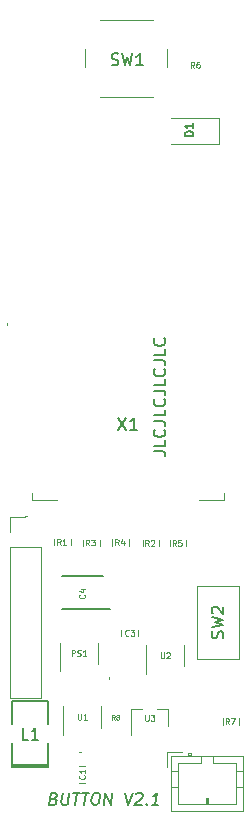
<source format=gbr>
G04 #@! TF.GenerationSoftware,KiCad,Pcbnew,(5.1.9)-1*
G04 #@! TF.CreationDate,2021-03-01T14:13:03+01:00*
G04 #@! TF.ProjectId,button v2_1 - AA [TPL5110],62757474-6f6e-4207-9632-5f31202d2041,rev?*
G04 #@! TF.SameCoordinates,Original*
G04 #@! TF.FileFunction,Legend,Top*
G04 #@! TF.FilePolarity,Positive*
%FSLAX46Y46*%
G04 Gerber Fmt 4.6, Leading zero omitted, Abs format (unit mm)*
G04 Created by KiCad (PCBNEW (5.1.9)-1) date 2021-03-01 14:13:03*
%MOMM*%
%LPD*%
G01*
G04 APERTURE LIST*
%ADD10C,0.150000*%
%ADD11C,0.120000*%
%ADD12C,0.200000*%
%ADD13C,0.125000*%
%ADD14C,0.100000*%
G04 APERTURE END LIST*
D10*
X121003586Y-112303571D02*
X121140491Y-112351190D01*
X121182157Y-112398809D01*
X121217872Y-112494047D01*
X121200014Y-112636904D01*
X121140491Y-112732142D01*
X121086919Y-112779761D01*
X120985729Y-112827380D01*
X120604776Y-112827380D01*
X120729776Y-111827380D01*
X121063110Y-111827380D01*
X121152395Y-111875000D01*
X121194062Y-111922619D01*
X121229776Y-112017857D01*
X121217872Y-112113095D01*
X121158348Y-112208333D01*
X121104776Y-112255952D01*
X121003586Y-112303571D01*
X120670252Y-112303571D01*
X121729776Y-111827380D02*
X121628586Y-112636904D01*
X121664300Y-112732142D01*
X121705967Y-112779761D01*
X121795252Y-112827380D01*
X121985729Y-112827380D01*
X122086919Y-112779761D01*
X122140491Y-112732142D01*
X122200014Y-112636904D01*
X122301205Y-111827380D01*
X122634538Y-111827380D02*
X123205967Y-111827380D01*
X122795252Y-112827380D02*
X122920252Y-111827380D01*
X123396443Y-111827380D02*
X123967872Y-111827380D01*
X123557157Y-112827380D02*
X123682157Y-111827380D01*
X124491681Y-111827380D02*
X124682157Y-111827380D01*
X124771443Y-111875000D01*
X124854776Y-111970238D01*
X124878586Y-112160714D01*
X124836919Y-112494047D01*
X124765491Y-112684523D01*
X124658348Y-112779761D01*
X124557157Y-112827380D01*
X124366681Y-112827380D01*
X124277395Y-112779761D01*
X124194062Y-112684523D01*
X124170252Y-112494047D01*
X124211919Y-112160714D01*
X124283348Y-111970238D01*
X124390491Y-111875000D01*
X124491681Y-111827380D01*
X125223824Y-112827380D02*
X125348824Y-111827380D01*
X125795252Y-112827380D01*
X125920252Y-111827380D01*
X127015491Y-111827380D02*
X127223824Y-112827380D01*
X127682157Y-111827380D01*
X127955967Y-111922619D02*
X128009538Y-111875000D01*
X128110729Y-111827380D01*
X128348824Y-111827380D01*
X128438110Y-111875000D01*
X128479776Y-111922619D01*
X128515491Y-112017857D01*
X128503586Y-112113095D01*
X128438110Y-112255952D01*
X127795252Y-112827380D01*
X128414300Y-112827380D01*
X128854776Y-112732142D02*
X128896443Y-112779761D01*
X128842872Y-112827380D01*
X128801205Y-112779761D01*
X128854776Y-112732142D01*
X128842872Y-112827380D01*
X129842872Y-112827380D02*
X129271443Y-112827380D01*
X129557157Y-112827380D02*
X129682157Y-111827380D01*
X129569062Y-111970238D01*
X129461919Y-112065476D01*
X129360729Y-112113095D01*
X129422380Y-82919047D02*
X130136666Y-82919047D01*
X130279523Y-82966666D01*
X130374761Y-83061904D01*
X130422380Y-83204761D01*
X130422380Y-83300000D01*
X130422380Y-81966666D02*
X130422380Y-82442857D01*
X129422380Y-82442857D01*
X130327142Y-81061904D02*
X130374761Y-81109523D01*
X130422380Y-81252380D01*
X130422380Y-81347619D01*
X130374761Y-81490476D01*
X130279523Y-81585714D01*
X130184285Y-81633333D01*
X129993809Y-81680952D01*
X129850952Y-81680952D01*
X129660476Y-81633333D01*
X129565238Y-81585714D01*
X129470000Y-81490476D01*
X129422380Y-81347619D01*
X129422380Y-81252380D01*
X129470000Y-81109523D01*
X129517619Y-81061904D01*
X129422380Y-80347619D02*
X130136666Y-80347619D01*
X130279523Y-80395238D01*
X130374761Y-80490476D01*
X130422380Y-80633333D01*
X130422380Y-80728571D01*
X130422380Y-79395238D02*
X130422380Y-79871428D01*
X129422380Y-79871428D01*
X130327142Y-78490476D02*
X130374761Y-78538095D01*
X130422380Y-78680952D01*
X130422380Y-78776190D01*
X130374761Y-78919047D01*
X130279523Y-79014285D01*
X130184285Y-79061904D01*
X129993809Y-79109523D01*
X129850952Y-79109523D01*
X129660476Y-79061904D01*
X129565238Y-79014285D01*
X129470000Y-78919047D01*
X129422380Y-78776190D01*
X129422380Y-78680952D01*
X129470000Y-78538095D01*
X129517619Y-78490476D01*
X129422380Y-77776190D02*
X130136666Y-77776190D01*
X130279523Y-77823809D01*
X130374761Y-77919047D01*
X130422380Y-78061904D01*
X130422380Y-78157142D01*
X130422380Y-76823809D02*
X130422380Y-77300000D01*
X129422380Y-77300000D01*
X130327142Y-75919047D02*
X130374761Y-75966666D01*
X130422380Y-76109523D01*
X130422380Y-76204761D01*
X130374761Y-76347619D01*
X130279523Y-76442857D01*
X130184285Y-76490476D01*
X129993809Y-76538095D01*
X129850952Y-76538095D01*
X129660476Y-76490476D01*
X129565238Y-76442857D01*
X129470000Y-76347619D01*
X129422380Y-76204761D01*
X129422380Y-76109523D01*
X129470000Y-75966666D01*
X129517619Y-75919047D01*
X129422380Y-75204761D02*
X130136666Y-75204761D01*
X130279523Y-75252380D01*
X130374761Y-75347619D01*
X130422380Y-75490476D01*
X130422380Y-75585714D01*
X130422380Y-74252380D02*
X130422380Y-74728571D01*
X129422380Y-74728571D01*
X130327142Y-73347619D02*
X130374761Y-73395238D01*
X130422380Y-73538095D01*
X130422380Y-73633333D01*
X130374761Y-73776190D01*
X130279523Y-73871428D01*
X130184285Y-73919047D01*
X129993809Y-73966666D01*
X129850952Y-73966666D01*
X129660476Y-73919047D01*
X129565238Y-73871428D01*
X129470000Y-73776190D01*
X129422380Y-73633333D01*
X129422380Y-73538095D01*
X129470000Y-73395238D01*
X129517619Y-73347619D01*
D11*
G04 #@! TO.C,PS1*
X124710000Y-100900000D02*
X124710000Y-99100000D01*
X121490000Y-99100000D02*
X121490000Y-101550000D01*
D12*
G04 #@! TO.C,C4*
X121650000Y-96300000D02*
X125775000Y-96300000D01*
X125150000Y-93500000D02*
X121650000Y-93500000D01*
D11*
G04 #@! TO.C,U3*
X130680000Y-104740000D02*
X129750000Y-104740000D01*
X127520000Y-104740000D02*
X128450000Y-104740000D01*
X127520000Y-104740000D02*
X127520000Y-106900000D01*
X130680000Y-104740000D02*
X130680000Y-106200000D01*
G04 #@! TO.C,U1*
X125010000Y-106300000D02*
X125010000Y-104500000D01*
X121790000Y-104500000D02*
X121790000Y-106950000D01*
G04 #@! TO.C,C7*
X125640000Y-102215835D02*
X125640000Y-101984165D01*
G04 #@! TO.C,C6*
X123084165Y-108340000D02*
X123315835Y-108340000D01*
D10*
G04 #@! TO.C,L1*
X120484000Y-109674000D02*
X120484000Y-107642000D01*
X117436000Y-109474000D02*
X120484000Y-109474000D01*
X117436000Y-107642000D02*
X117436000Y-109674000D01*
X117436000Y-104086000D02*
X117436000Y-105991000D01*
X120484000Y-104086000D02*
X117436000Y-104086000D01*
X120484000Y-105991000D02*
X120484000Y-104086000D01*
X117436000Y-109674000D02*
X120484000Y-109674000D01*
D11*
G04 #@! TO.C,D1*
X130875000Y-56885000D02*
X134960000Y-56885000D01*
X134960000Y-56885000D02*
X134960000Y-54715000D01*
X134960000Y-54715000D02*
X130875000Y-54715000D01*
G04 #@! TO.C,U2*
X128790000Y-99300000D02*
X128790000Y-101750000D01*
X132010000Y-101100000D02*
X132010000Y-99300000D01*
G04 #@! TO.C,C3*
X126690000Y-98038748D02*
X126690000Y-98561252D01*
X128110000Y-98038748D02*
X128110000Y-98561252D01*
G04 #@! TO.C,C1*
X123138748Y-110960000D02*
X123661252Y-110960000D01*
X123138748Y-109540000D02*
X123661252Y-109540000D01*
G04 #@! TO.C,R3*
X124890000Y-90911252D02*
X124890000Y-90388748D01*
X123470000Y-90911252D02*
X123470000Y-90388748D01*
G04 #@! TO.C,R1*
X122440000Y-90851252D02*
X122440000Y-90328748D01*
X121020000Y-90851252D02*
X121020000Y-90328748D01*
G04 #@! TO.C,R7*
X136700000Y-106051252D02*
X136700000Y-105528748D01*
X135280000Y-106051252D02*
X135280000Y-105528748D01*
G04 #@! TO.C,R5*
X132210000Y-90961252D02*
X132210000Y-90438748D01*
X130790000Y-90961252D02*
X130790000Y-90438748D01*
G04 #@! TO.C,R4*
X127360000Y-90886252D02*
X127360000Y-90363748D01*
X125940000Y-90886252D02*
X125940000Y-90363748D01*
G04 #@! TO.C,R2*
X129910000Y-90961252D02*
X129910000Y-90438748D01*
X128490000Y-90961252D02*
X128490000Y-90438748D01*
G04 #@! TO.C,C2*
X116988000Y-72251835D02*
X116988000Y-72020165D01*
G04 #@! TO.C,X1*
X119134000Y-87050000D02*
X119134000Y-86430000D01*
X121254000Y-87050000D02*
X119134000Y-87050000D01*
X135374000Y-87050000D02*
X133254000Y-87050000D01*
X135374000Y-86430000D02*
X135374000Y-87050000D01*
G04 #@! TO.C,C5*
X118740835Y-88385000D02*
X118509165Y-88385000D01*
G04 #@! TO.C,BT2*
X130870000Y-108680000D02*
X130870000Y-113400000D01*
X130870000Y-113400000D02*
X136990000Y-113400000D01*
X136990000Y-113400000D02*
X136990000Y-108680000D01*
X136990000Y-108680000D02*
X130870000Y-108680000D01*
X132630000Y-108680000D02*
X132630000Y-108480000D01*
X132630000Y-108480000D02*
X132330000Y-108480000D01*
X132330000Y-108480000D02*
X132330000Y-108680000D01*
X132630000Y-108580000D02*
X132330000Y-108580000D01*
X133430000Y-108680000D02*
X133430000Y-109290000D01*
X133430000Y-109290000D02*
X131480000Y-109290000D01*
X131480000Y-109290000D02*
X131480000Y-112790000D01*
X131480000Y-112790000D02*
X136380000Y-112790000D01*
X136380000Y-112790000D02*
X136380000Y-109290000D01*
X136380000Y-109290000D02*
X134430000Y-109290000D01*
X134430000Y-109290000D02*
X134430000Y-108680000D01*
X130870000Y-109990000D02*
X131480000Y-109990000D01*
X130870000Y-111290000D02*
X131480000Y-111290000D01*
X136990000Y-109990000D02*
X136380000Y-109990000D01*
X136990000Y-111290000D02*
X136380000Y-111290000D01*
X133830000Y-112790000D02*
X133830000Y-112290000D01*
X133830000Y-112290000D02*
X134030000Y-112290000D01*
X134030000Y-112290000D02*
X134030000Y-112790000D01*
X133930000Y-112790000D02*
X133930000Y-112290000D01*
X131820000Y-108380000D02*
X130570000Y-108380000D01*
X130570000Y-108380000D02*
X130570000Y-109630000D01*
G04 #@! TO.C,J1*
X117230000Y-103800000D02*
X119890000Y-103800000D01*
X117230000Y-91040000D02*
X117230000Y-103800000D01*
X119890000Y-91040000D02*
X119890000Y-103800000D01*
X117230000Y-91040000D02*
X119890000Y-91040000D01*
X117230000Y-89770000D02*
X117230000Y-88440000D01*
X117230000Y-88440000D02*
X118560000Y-88440000D01*
G04 #@! TO.C,SW2*
X133080000Y-94330000D02*
X136700000Y-94330000D01*
X133080000Y-100450000D02*
X133080000Y-94330000D01*
X136700000Y-100450000D02*
X133080000Y-100450000D01*
X136700000Y-94330000D02*
X136700000Y-100450000D01*
G04 #@! TO.C,SW1*
X129350000Y-46380000D02*
X124850000Y-46380000D01*
X130600000Y-50380000D02*
X130600000Y-48880000D01*
X124850000Y-52880000D02*
X129350000Y-52880000D01*
X123600000Y-48880000D02*
X123600000Y-50380000D01*
G04 #@! TO.C,PS1*
D13*
X122492857Y-100226190D02*
X122492857Y-99726190D01*
X122683333Y-99726190D01*
X122730952Y-99750000D01*
X122754761Y-99773809D01*
X122778571Y-99821428D01*
X122778571Y-99892857D01*
X122754761Y-99940476D01*
X122730952Y-99964285D01*
X122683333Y-99988095D01*
X122492857Y-99988095D01*
X122969047Y-100202380D02*
X123040476Y-100226190D01*
X123159523Y-100226190D01*
X123207142Y-100202380D01*
X123230952Y-100178571D01*
X123254761Y-100130952D01*
X123254761Y-100083333D01*
X123230952Y-100035714D01*
X123207142Y-100011904D01*
X123159523Y-99988095D01*
X123064285Y-99964285D01*
X123016666Y-99940476D01*
X122992857Y-99916666D01*
X122969047Y-99869047D01*
X122969047Y-99821428D01*
X122992857Y-99773809D01*
X123016666Y-99750000D01*
X123064285Y-99726190D01*
X123183333Y-99726190D01*
X123254761Y-99750000D01*
X123730952Y-100226190D02*
X123445238Y-100226190D01*
X123588095Y-100226190D02*
X123588095Y-99726190D01*
X123540476Y-99797619D01*
X123492857Y-99845238D01*
X123445238Y-99869047D01*
G04 #@! TO.C,C4*
X123578571Y-95033333D02*
X123602380Y-95057142D01*
X123626190Y-95128571D01*
X123626190Y-95176190D01*
X123602380Y-95247619D01*
X123554761Y-95295238D01*
X123507142Y-95319047D01*
X123411904Y-95342857D01*
X123340476Y-95342857D01*
X123245238Y-95319047D01*
X123197619Y-95295238D01*
X123150000Y-95247619D01*
X123126190Y-95176190D01*
X123126190Y-95128571D01*
X123150000Y-95057142D01*
X123173809Y-95033333D01*
X123292857Y-94604761D02*
X123626190Y-94604761D01*
X123102380Y-94723809D02*
X123459523Y-94842857D01*
X123459523Y-94533333D01*
G04 #@! TO.C,R8*
D14*
X126133333Y-105630952D02*
X126000000Y-105440476D01*
X125904761Y-105630952D02*
X125904761Y-105230952D01*
X126057142Y-105230952D01*
X126095238Y-105250000D01*
X126114285Y-105269047D01*
X126133333Y-105307142D01*
X126133333Y-105364285D01*
X126114285Y-105402380D01*
X126095238Y-105421428D01*
X126057142Y-105440476D01*
X125904761Y-105440476D01*
X126361904Y-105402380D02*
X126323809Y-105383333D01*
X126304761Y-105364285D01*
X126285714Y-105326190D01*
X126285714Y-105307142D01*
X126304761Y-105269047D01*
X126323809Y-105250000D01*
X126361904Y-105230952D01*
X126438095Y-105230952D01*
X126476190Y-105250000D01*
X126495238Y-105269047D01*
X126514285Y-105307142D01*
X126514285Y-105326190D01*
X126495238Y-105364285D01*
X126476190Y-105383333D01*
X126438095Y-105402380D01*
X126361904Y-105402380D01*
X126323809Y-105421428D01*
X126304761Y-105440476D01*
X126285714Y-105478571D01*
X126285714Y-105554761D01*
X126304761Y-105592857D01*
X126323809Y-105611904D01*
X126361904Y-105630952D01*
X126438095Y-105630952D01*
X126476190Y-105611904D01*
X126495238Y-105592857D01*
X126514285Y-105554761D01*
X126514285Y-105478571D01*
X126495238Y-105440476D01*
X126476190Y-105421428D01*
X126438095Y-105402380D01*
G04 #@! TO.C,U3*
D13*
X128719047Y-105226190D02*
X128719047Y-105630952D01*
X128742857Y-105678571D01*
X128766666Y-105702380D01*
X128814285Y-105726190D01*
X128909523Y-105726190D01*
X128957142Y-105702380D01*
X128980952Y-105678571D01*
X129004761Y-105630952D01*
X129004761Y-105226190D01*
X129195238Y-105226190D02*
X129504761Y-105226190D01*
X129338095Y-105416666D01*
X129409523Y-105416666D01*
X129457142Y-105440476D01*
X129480952Y-105464285D01*
X129504761Y-105511904D01*
X129504761Y-105630952D01*
X129480952Y-105678571D01*
X129457142Y-105702380D01*
X129409523Y-105726190D01*
X129266666Y-105726190D01*
X129219047Y-105702380D01*
X129195238Y-105678571D01*
G04 #@! TO.C,U1*
X123019047Y-105126190D02*
X123019047Y-105530952D01*
X123042857Y-105578571D01*
X123066666Y-105602380D01*
X123114285Y-105626190D01*
X123209523Y-105626190D01*
X123257142Y-105602380D01*
X123280952Y-105578571D01*
X123304761Y-105530952D01*
X123304761Y-105126190D01*
X123804761Y-105626190D02*
X123519047Y-105626190D01*
X123661904Y-105626190D02*
X123661904Y-105126190D01*
X123614285Y-105197619D01*
X123566666Y-105245238D01*
X123519047Y-105269047D01*
G04 #@! TO.C,R6*
X132866666Y-50426190D02*
X132700000Y-50188095D01*
X132580952Y-50426190D02*
X132580952Y-49926190D01*
X132771428Y-49926190D01*
X132819047Y-49950000D01*
X132842857Y-49973809D01*
X132866666Y-50021428D01*
X132866666Y-50092857D01*
X132842857Y-50140476D01*
X132819047Y-50164285D01*
X132771428Y-50188095D01*
X132580952Y-50188095D01*
X133295238Y-49926190D02*
X133200000Y-49926190D01*
X133152380Y-49950000D01*
X133128571Y-49973809D01*
X133080952Y-50045238D01*
X133057142Y-50140476D01*
X133057142Y-50330952D01*
X133080952Y-50378571D01*
X133104761Y-50402380D01*
X133152380Y-50426190D01*
X133247619Y-50426190D01*
X133295238Y-50402380D01*
X133319047Y-50378571D01*
X133342857Y-50330952D01*
X133342857Y-50211904D01*
X133319047Y-50164285D01*
X133295238Y-50140476D01*
X133247619Y-50116666D01*
X133152380Y-50116666D01*
X133104761Y-50140476D01*
X133080952Y-50164285D01*
X133057142Y-50211904D01*
G04 #@! TO.C,L1*
D10*
X118808333Y-107317380D02*
X118332142Y-107317380D01*
X118332142Y-106317380D01*
X119665476Y-107317380D02*
X119094047Y-107317380D01*
X119379761Y-107317380D02*
X119379761Y-106317380D01*
X119284523Y-106460238D01*
X119189285Y-106555476D01*
X119094047Y-106603095D01*
G04 #@! TO.C,D1*
X132791666Y-56216666D02*
X132091666Y-56216666D01*
X132091666Y-56050000D01*
X132125000Y-55950000D01*
X132191666Y-55883333D01*
X132258333Y-55850000D01*
X132391666Y-55816666D01*
X132491666Y-55816666D01*
X132625000Y-55850000D01*
X132691666Y-55883333D01*
X132758333Y-55950000D01*
X132791666Y-56050000D01*
X132791666Y-56216666D01*
X132791666Y-55150000D02*
X132791666Y-55550000D01*
X132791666Y-55350000D02*
X132091666Y-55350000D01*
X132191666Y-55416666D01*
X132258333Y-55483333D01*
X132291666Y-55550000D01*
G04 #@! TO.C,U2*
D13*
X130019047Y-99926190D02*
X130019047Y-100330952D01*
X130042857Y-100378571D01*
X130066666Y-100402380D01*
X130114285Y-100426190D01*
X130209523Y-100426190D01*
X130257142Y-100402380D01*
X130280952Y-100378571D01*
X130304761Y-100330952D01*
X130304761Y-99926190D01*
X130519047Y-99973809D02*
X130542857Y-99950000D01*
X130590476Y-99926190D01*
X130709523Y-99926190D01*
X130757142Y-99950000D01*
X130780952Y-99973809D01*
X130804761Y-100021428D01*
X130804761Y-100069047D01*
X130780952Y-100140476D01*
X130495238Y-100426190D01*
X130804761Y-100426190D01*
G04 #@! TO.C,C3*
X127316666Y-98478571D02*
X127292857Y-98502380D01*
X127221428Y-98526190D01*
X127173809Y-98526190D01*
X127102380Y-98502380D01*
X127054761Y-98454761D01*
X127030952Y-98407142D01*
X127007142Y-98311904D01*
X127007142Y-98240476D01*
X127030952Y-98145238D01*
X127054761Y-98097619D01*
X127102380Y-98050000D01*
X127173809Y-98026190D01*
X127221428Y-98026190D01*
X127292857Y-98050000D01*
X127316666Y-98073809D01*
X127483333Y-98026190D02*
X127792857Y-98026190D01*
X127626190Y-98216666D01*
X127697619Y-98216666D01*
X127745238Y-98240476D01*
X127769047Y-98264285D01*
X127792857Y-98311904D01*
X127792857Y-98430952D01*
X127769047Y-98478571D01*
X127745238Y-98502380D01*
X127697619Y-98526190D01*
X127554761Y-98526190D01*
X127507142Y-98502380D01*
X127483333Y-98478571D01*
G04 #@! TO.C,C1*
X123578571Y-110333333D02*
X123602380Y-110357142D01*
X123626190Y-110428571D01*
X123626190Y-110476190D01*
X123602380Y-110547619D01*
X123554761Y-110595238D01*
X123507142Y-110619047D01*
X123411904Y-110642857D01*
X123340476Y-110642857D01*
X123245238Y-110619047D01*
X123197619Y-110595238D01*
X123150000Y-110547619D01*
X123126190Y-110476190D01*
X123126190Y-110428571D01*
X123150000Y-110357142D01*
X123173809Y-110333333D01*
X123626190Y-109857142D02*
X123626190Y-110142857D01*
X123626190Y-110000000D02*
X123126190Y-110000000D01*
X123197619Y-110047619D01*
X123245238Y-110095238D01*
X123269047Y-110142857D01*
G04 #@! TO.C,R3*
X123996666Y-90876190D02*
X123830000Y-90638095D01*
X123710952Y-90876190D02*
X123710952Y-90376190D01*
X123901428Y-90376190D01*
X123949047Y-90400000D01*
X123972857Y-90423809D01*
X123996666Y-90471428D01*
X123996666Y-90542857D01*
X123972857Y-90590476D01*
X123949047Y-90614285D01*
X123901428Y-90638095D01*
X123710952Y-90638095D01*
X124163333Y-90376190D02*
X124472857Y-90376190D01*
X124306190Y-90566666D01*
X124377619Y-90566666D01*
X124425238Y-90590476D01*
X124449047Y-90614285D01*
X124472857Y-90661904D01*
X124472857Y-90780952D01*
X124449047Y-90828571D01*
X124425238Y-90852380D01*
X124377619Y-90876190D01*
X124234761Y-90876190D01*
X124187142Y-90852380D01*
X124163333Y-90828571D01*
G04 #@! TO.C,R1*
X121546666Y-90816190D02*
X121380000Y-90578095D01*
X121260952Y-90816190D02*
X121260952Y-90316190D01*
X121451428Y-90316190D01*
X121499047Y-90340000D01*
X121522857Y-90363809D01*
X121546666Y-90411428D01*
X121546666Y-90482857D01*
X121522857Y-90530476D01*
X121499047Y-90554285D01*
X121451428Y-90578095D01*
X121260952Y-90578095D01*
X122022857Y-90816190D02*
X121737142Y-90816190D01*
X121880000Y-90816190D02*
X121880000Y-90316190D01*
X121832380Y-90387619D01*
X121784761Y-90435238D01*
X121737142Y-90459047D01*
G04 #@! TO.C,R7*
X135806666Y-106016190D02*
X135640000Y-105778095D01*
X135520952Y-106016190D02*
X135520952Y-105516190D01*
X135711428Y-105516190D01*
X135759047Y-105540000D01*
X135782857Y-105563809D01*
X135806666Y-105611428D01*
X135806666Y-105682857D01*
X135782857Y-105730476D01*
X135759047Y-105754285D01*
X135711428Y-105778095D01*
X135520952Y-105778095D01*
X135973333Y-105516190D02*
X136306666Y-105516190D01*
X136092380Y-106016190D01*
G04 #@! TO.C,R5*
X131316666Y-90926190D02*
X131150000Y-90688095D01*
X131030952Y-90926190D02*
X131030952Y-90426190D01*
X131221428Y-90426190D01*
X131269047Y-90450000D01*
X131292857Y-90473809D01*
X131316666Y-90521428D01*
X131316666Y-90592857D01*
X131292857Y-90640476D01*
X131269047Y-90664285D01*
X131221428Y-90688095D01*
X131030952Y-90688095D01*
X131769047Y-90426190D02*
X131530952Y-90426190D01*
X131507142Y-90664285D01*
X131530952Y-90640476D01*
X131578571Y-90616666D01*
X131697619Y-90616666D01*
X131745238Y-90640476D01*
X131769047Y-90664285D01*
X131792857Y-90711904D01*
X131792857Y-90830952D01*
X131769047Y-90878571D01*
X131745238Y-90902380D01*
X131697619Y-90926190D01*
X131578571Y-90926190D01*
X131530952Y-90902380D01*
X131507142Y-90878571D01*
G04 #@! TO.C,R4*
X126466666Y-90851190D02*
X126300000Y-90613095D01*
X126180952Y-90851190D02*
X126180952Y-90351190D01*
X126371428Y-90351190D01*
X126419047Y-90375000D01*
X126442857Y-90398809D01*
X126466666Y-90446428D01*
X126466666Y-90517857D01*
X126442857Y-90565476D01*
X126419047Y-90589285D01*
X126371428Y-90613095D01*
X126180952Y-90613095D01*
X126895238Y-90517857D02*
X126895238Y-90851190D01*
X126776190Y-90327380D02*
X126657142Y-90684523D01*
X126966666Y-90684523D01*
G04 #@! TO.C,R2*
X129016666Y-90926190D02*
X128850000Y-90688095D01*
X128730952Y-90926190D02*
X128730952Y-90426190D01*
X128921428Y-90426190D01*
X128969047Y-90450000D01*
X128992857Y-90473809D01*
X129016666Y-90521428D01*
X129016666Y-90592857D01*
X128992857Y-90640476D01*
X128969047Y-90664285D01*
X128921428Y-90688095D01*
X128730952Y-90688095D01*
X129207142Y-90473809D02*
X129230952Y-90450000D01*
X129278571Y-90426190D01*
X129397619Y-90426190D01*
X129445238Y-90450000D01*
X129469047Y-90473809D01*
X129492857Y-90521428D01*
X129492857Y-90569047D01*
X129469047Y-90640476D01*
X129183333Y-90926190D01*
X129492857Y-90926190D01*
G04 #@! TO.C,X1*
D10*
X126444476Y-80097380D02*
X127111142Y-81097380D01*
X127111142Y-80097380D02*
X126444476Y-81097380D01*
X128015904Y-81097380D02*
X127444476Y-81097380D01*
X127730190Y-81097380D02*
X127730190Y-80097380D01*
X127634952Y-80240238D01*
X127539714Y-80335476D01*
X127444476Y-80383095D01*
G04 #@! TO.C,SW2*
X135294761Y-98723333D02*
X135342380Y-98580476D01*
X135342380Y-98342380D01*
X135294761Y-98247142D01*
X135247142Y-98199523D01*
X135151904Y-98151904D01*
X135056666Y-98151904D01*
X134961428Y-98199523D01*
X134913809Y-98247142D01*
X134866190Y-98342380D01*
X134818571Y-98532857D01*
X134770952Y-98628095D01*
X134723333Y-98675714D01*
X134628095Y-98723333D01*
X134532857Y-98723333D01*
X134437619Y-98675714D01*
X134390000Y-98628095D01*
X134342380Y-98532857D01*
X134342380Y-98294761D01*
X134390000Y-98151904D01*
X134342380Y-97818571D02*
X135342380Y-97580476D01*
X134628095Y-97390000D01*
X135342380Y-97199523D01*
X134342380Y-96961428D01*
X134437619Y-96628095D02*
X134390000Y-96580476D01*
X134342380Y-96485238D01*
X134342380Y-96247142D01*
X134390000Y-96151904D01*
X134437619Y-96104285D01*
X134532857Y-96056666D01*
X134628095Y-96056666D01*
X134770952Y-96104285D01*
X135342380Y-96675714D01*
X135342380Y-96056666D01*
G04 #@! TO.C,SW1*
X125874946Y-50173521D02*
X126017803Y-50221140D01*
X126255899Y-50221140D01*
X126351137Y-50173521D01*
X126398756Y-50125902D01*
X126446375Y-50030664D01*
X126446375Y-49935426D01*
X126398756Y-49840188D01*
X126351137Y-49792569D01*
X126255899Y-49744950D01*
X126065422Y-49697331D01*
X125970184Y-49649712D01*
X125922565Y-49602093D01*
X125874946Y-49506855D01*
X125874946Y-49411617D01*
X125922565Y-49316379D01*
X125970184Y-49268760D01*
X126065422Y-49221140D01*
X126303518Y-49221140D01*
X126446375Y-49268760D01*
X126779708Y-49221140D02*
X127017803Y-50221140D01*
X127208280Y-49506855D01*
X127398756Y-50221140D01*
X127636851Y-49221140D01*
X128541613Y-50221140D02*
X127970184Y-50221140D01*
X128255899Y-50221140D02*
X128255899Y-49221140D01*
X128160660Y-49363998D01*
X128065422Y-49459236D01*
X127970184Y-49506855D01*
G04 #@! TD*
M02*

</source>
